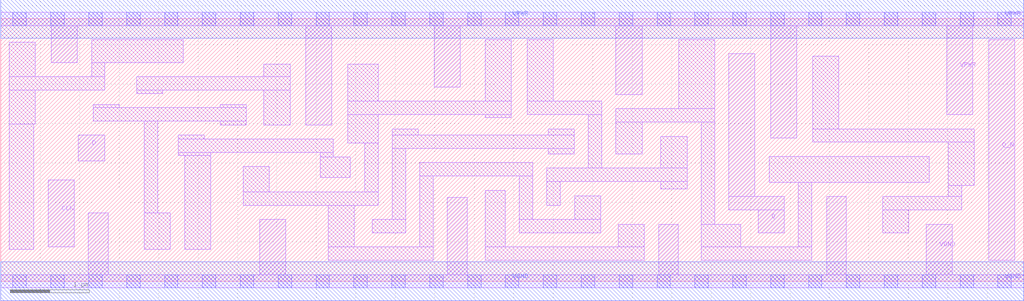
<source format=lef>
# Copyright 2020 The SkyWater PDK Authors
#
# Licensed under the Apache License, Version 2.0 (the "License");
# you may not use this file except in compliance with the License.
# You may obtain a copy of the License at
#
#     https://www.apache.org/licenses/LICENSE-2.0
#
# Unless required by applicable law or agreed to in writing, software
# distributed under the License is distributed on an "AS IS" BASIS,
# WITHOUT WARRANTIES OR CONDITIONS OF ANY KIND, either express or implied.
# See the License for the specific language governing permissions and
# limitations under the License.
#
# SPDX-License-Identifier: Apache-2.0

VERSION 5.7 ;
  NAMESCASESENSITIVE ON ;
  NOWIREEXTENSIONATPIN ON ;
  DIVIDERCHAR "/" ;
  BUSBITCHARS "[]" ;
UNITS
  DATABASE MICRONS 200 ;
END UNITS
MACRO sky130_fd_sc_lp__dfxbp_lp
  CLASS CORE ;
  SOURCE USER ;
  FOREIGN sky130_fd_sc_lp__dfxbp_lp ;
  ORIGIN  0.000000  0.000000 ;
  SIZE  12.96000 BY  3.330000 ;
  SYMMETRY X Y R90 ;
  SITE unit ;
  PIN D
    ANTENNAGATEAREA  0.376000 ;
    DIRECTION INPUT ;
    USE SIGNAL ;
    PORT
      LAYER li1 ;
        RECT 0.985000 1.525000 1.315000 1.855000 ;
    END
  END D
  PIN Q
    ANTENNADIFFAREA  0.402600 ;
    DIRECTION OUTPUT ;
    USE SIGNAL ;
    PORT
      LAYER li1 ;
        RECT 9.225000 0.905000 9.925000 1.075000 ;
        RECT 9.225000 1.075000 9.555000 2.890000 ;
        RECT 9.595000 0.615000 9.925000 0.905000 ;
    END
  END Q
  PIN Q_N
    ANTENNADIFFAREA  0.404700 ;
    DIRECTION OUTPUT ;
    USE SIGNAL ;
    PORT
      LAYER li1 ;
        RECT 12.515000 0.265000 12.845000 3.065000 ;
    END
  END Q_N
  PIN CLK
    ANTENNAGATEAREA  0.376000 ;
    DIRECTION INPUT ;
    USE CLOCK ;
    PORT
      LAYER li1 ;
        RECT 0.600000 0.440000 0.930000 1.285000 ;
    END
  END CLK
  PIN VGND
    DIRECTION INOUT ;
    USE GROUND ;
    PORT
      LAYER li1 ;
        RECT  0.000000 -0.085000 12.960000 0.085000 ;
        RECT  1.110000  0.085000  1.360000 0.865000 ;
        RECT  3.280000  0.085000  3.610000 0.785000 ;
        RECT  5.660000  0.085000  5.910000 1.065000 ;
        RECT  8.335000  0.085000  8.585000 0.725000 ;
        RECT 10.465000  0.085000 10.715000 1.075000 ;
        RECT 11.725000  0.085000 12.055000 0.725000 ;
      LAYER mcon ;
        RECT  0.155000 -0.085000  0.325000 0.085000 ;
        RECT  0.635000 -0.085000  0.805000 0.085000 ;
        RECT  1.115000 -0.085000  1.285000 0.085000 ;
        RECT  1.595000 -0.085000  1.765000 0.085000 ;
        RECT  2.075000 -0.085000  2.245000 0.085000 ;
        RECT  2.555000 -0.085000  2.725000 0.085000 ;
        RECT  3.035000 -0.085000  3.205000 0.085000 ;
        RECT  3.515000 -0.085000  3.685000 0.085000 ;
        RECT  3.995000 -0.085000  4.165000 0.085000 ;
        RECT  4.475000 -0.085000  4.645000 0.085000 ;
        RECT  4.955000 -0.085000  5.125000 0.085000 ;
        RECT  5.435000 -0.085000  5.605000 0.085000 ;
        RECT  5.915000 -0.085000  6.085000 0.085000 ;
        RECT  6.395000 -0.085000  6.565000 0.085000 ;
        RECT  6.875000 -0.085000  7.045000 0.085000 ;
        RECT  7.355000 -0.085000  7.525000 0.085000 ;
        RECT  7.835000 -0.085000  8.005000 0.085000 ;
        RECT  8.315000 -0.085000  8.485000 0.085000 ;
        RECT  8.795000 -0.085000  8.965000 0.085000 ;
        RECT  9.275000 -0.085000  9.445000 0.085000 ;
        RECT  9.755000 -0.085000  9.925000 0.085000 ;
        RECT 10.235000 -0.085000 10.405000 0.085000 ;
        RECT 10.715000 -0.085000 10.885000 0.085000 ;
        RECT 11.195000 -0.085000 11.365000 0.085000 ;
        RECT 11.675000 -0.085000 11.845000 0.085000 ;
        RECT 12.155000 -0.085000 12.325000 0.085000 ;
        RECT 12.635000 -0.085000 12.805000 0.085000 ;
      LAYER met1 ;
        RECT 0.000000 -0.245000 12.960000 0.245000 ;
    END
  END VGND
  PIN VPWR
    DIRECTION INOUT ;
    USE POWER ;
    PORT
      LAYER li1 ;
        RECT  0.000000 3.245000 12.960000 3.415000 ;
        RECT  0.640000 2.775000  0.970000 3.245000 ;
        RECT  3.865000 1.985000  4.195000 3.245000 ;
        RECT  5.490000 2.465000  5.820000 3.245000 ;
        RECT  7.795000 2.370000  8.125000 3.245000 ;
        RECT  9.755000 1.815000 10.085000 3.245000 ;
        RECT 11.985000 2.115000 12.315000 3.245000 ;
      LAYER mcon ;
        RECT  0.155000 3.245000  0.325000 3.415000 ;
        RECT  0.635000 3.245000  0.805000 3.415000 ;
        RECT  1.115000 3.245000  1.285000 3.415000 ;
        RECT  1.595000 3.245000  1.765000 3.415000 ;
        RECT  2.075000 3.245000  2.245000 3.415000 ;
        RECT  2.555000 3.245000  2.725000 3.415000 ;
        RECT  3.035000 3.245000  3.205000 3.415000 ;
        RECT  3.515000 3.245000  3.685000 3.415000 ;
        RECT  3.995000 3.245000  4.165000 3.415000 ;
        RECT  4.475000 3.245000  4.645000 3.415000 ;
        RECT  4.955000 3.245000  5.125000 3.415000 ;
        RECT  5.435000 3.245000  5.605000 3.415000 ;
        RECT  5.915000 3.245000  6.085000 3.415000 ;
        RECT  6.395000 3.245000  6.565000 3.415000 ;
        RECT  6.875000 3.245000  7.045000 3.415000 ;
        RECT  7.355000 3.245000  7.525000 3.415000 ;
        RECT  7.835000 3.245000  8.005000 3.415000 ;
        RECT  8.315000 3.245000  8.485000 3.415000 ;
        RECT  8.795000 3.245000  8.965000 3.415000 ;
        RECT  9.275000 3.245000  9.445000 3.415000 ;
        RECT  9.755000 3.245000  9.925000 3.415000 ;
        RECT 10.235000 3.245000 10.405000 3.415000 ;
        RECT 10.715000 3.245000 10.885000 3.415000 ;
        RECT 11.195000 3.245000 11.365000 3.415000 ;
        RECT 11.675000 3.245000 11.845000 3.415000 ;
        RECT 12.155000 3.245000 12.325000 3.415000 ;
        RECT 12.635000 3.245000 12.805000 3.415000 ;
      LAYER met1 ;
        RECT 0.000000 3.085000 12.960000 3.575000 ;
    END
  END VPWR
  OBS
    LAYER li1 ;
      RECT  0.110000 0.405000  0.420000 1.995000 ;
      RECT  0.110000 1.995000  0.440000 2.425000 ;
      RECT  0.110000 2.425000  1.320000 2.595000 ;
      RECT  0.110000 2.595000  0.440000 3.035000 ;
      RECT  1.150000 2.595000  1.320000 2.775000 ;
      RECT  1.150000 2.775000  2.315000 3.065000 ;
      RECT  1.170000 2.035000  3.110000 2.205000 ;
      RECT  1.170000 2.205000  1.500000 2.245000 ;
      RECT  1.720000 2.385000  2.050000 2.425000 ;
      RECT  1.720000 2.425000  3.665000 2.595000 ;
      RECT  1.820000 0.405000  2.150000 0.865000 ;
      RECT  1.820000 0.865000  1.990000 2.035000 ;
      RECT  2.250000 1.595000  2.660000 1.635000 ;
      RECT  2.250000 1.635000  4.215000 1.805000 ;
      RECT  2.250000 1.805000  2.580000 1.855000 ;
      RECT  2.330000 0.405000  2.660000 1.595000 ;
      RECT  2.780000 1.985000  3.110000 2.035000 ;
      RECT  2.780000 2.205000  3.110000 2.245000 ;
      RECT  3.075000 0.965000  4.780000 1.135000 ;
      RECT  3.075000 1.135000  3.405000 1.455000 ;
      RECT  3.335000 1.985000  3.665000 2.425000 ;
      RECT  3.335000 2.595000  3.665000 2.755000 ;
      RECT  4.045000 1.315000  4.430000 1.575000 ;
      RECT  4.045000 1.575000  4.215000 1.635000 ;
      RECT  4.150000 0.265000  5.480000 0.435000 ;
      RECT  4.150000 0.435000  4.480000 0.965000 ;
      RECT  4.395000 1.755000  4.780000 2.115000 ;
      RECT  4.395000 2.115000  6.470000 2.285000 ;
      RECT  4.395000 2.285000  4.780000 2.755000 ;
      RECT  4.610000 1.135000  4.780000 1.755000 ;
      RECT  4.710000 0.615000  5.130000 0.785000 ;
      RECT  4.960000 0.785000  5.130000 1.685000 ;
      RECT  4.960000 1.685000  7.265000 1.855000 ;
      RECT  4.960000 1.855000  5.290000 1.935000 ;
      RECT  5.310000 0.435000  5.480000 1.335000 ;
      RECT  5.310000 1.335000  6.740000 1.505000 ;
      RECT  6.140000 0.265000  8.155000 0.435000 ;
      RECT  6.140000 0.435000  6.390000 1.155000 ;
      RECT  6.140000 2.075000  6.470000 2.115000 ;
      RECT  6.140000 2.285000  6.470000 3.065000 ;
      RECT  6.570000 0.615000  7.600000 0.785000 ;
      RECT  6.570000 0.785000  6.740000 1.335000 ;
      RECT  6.670000 2.115000  7.615000 2.285000 ;
      RECT  6.670000 2.285000  7.000000 3.065000 ;
      RECT  6.920000 0.965000  7.090000 1.265000 ;
      RECT  6.920000 1.265000  8.695000 1.435000 ;
      RECT  6.935000 1.615000  7.265000 1.685000 ;
      RECT  6.935000 1.855000  7.265000 1.935000 ;
      RECT  7.270000 0.785000  7.600000 1.085000 ;
      RECT  7.445000 1.435000  7.615000 2.115000 ;
      RECT  7.795000 1.615000  8.125000 2.020000 ;
      RECT  7.795000 2.020000  9.045000 2.190000 ;
      RECT  7.825000 0.435000  8.155000 0.725000 ;
      RECT  8.365000 1.170000  8.695000 1.265000 ;
      RECT  8.365000 1.435000  8.695000 1.840000 ;
      RECT  8.590000 2.190000  9.045000 3.065000 ;
      RECT  8.875000 0.265000 10.275000 0.435000 ;
      RECT  8.875000 0.435000  9.375000 0.725000 ;
      RECT  8.875000 0.725000  9.045000 2.020000 ;
      RECT  9.735000 1.255000 11.765000 1.585000 ;
      RECT 10.105000 0.435000 10.275000 1.255000 ;
      RECT 10.285000 1.765000 12.335000 1.935000 ;
      RECT 10.285000 1.935000 10.615000 2.855000 ;
      RECT 11.175000 0.615000 11.505000 0.905000 ;
      RECT 11.175000 0.905000 12.175000 1.075000 ;
      RECT 12.005000 1.075000 12.175000 1.215000 ;
      RECT 12.005000 1.215000 12.335000 1.765000 ;
  END
END sky130_fd_sc_lp__dfxbp_lp

</source>
